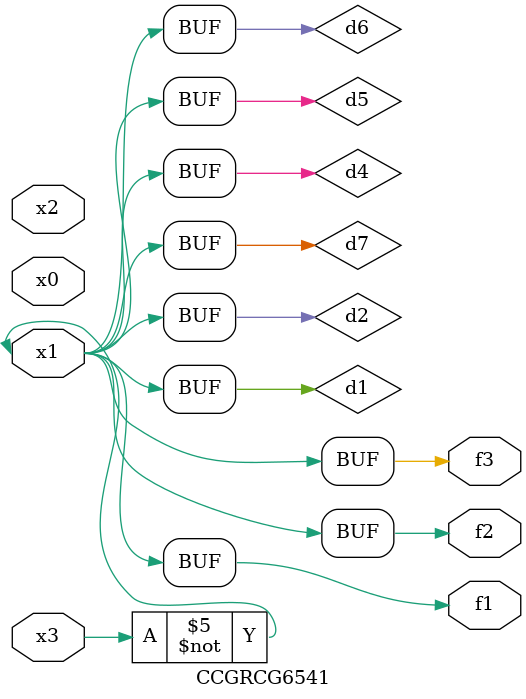
<source format=v>
module CCGRCG6541(
	input x0, x1, x2, x3,
	output f1, f2, f3
);

	wire d1, d2, d3, d4, d5, d6, d7;

	not (d1, x3);
	buf (d2, x1);
	xnor (d3, d1, d2);
	nor (d4, d1);
	buf (d5, d1, d2);
	buf (d6, d4, d5);
	nand (d7, d4);
	assign f1 = d6;
	assign f2 = d7;
	assign f3 = d6;
endmodule

</source>
